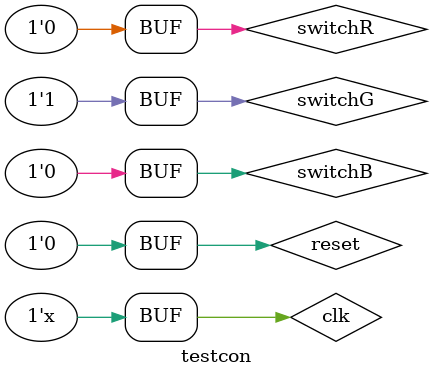
<source format=v>
`timescale 1ns / 10ps


module testcon;

	// Inputs
	reg clk;
	reg reset;
	reg switchR;
	reg switchG;
	reg switchB;

	// Outputs
	wire hsync;
	wire vsync;
	wire [2:0] rgb;

	// Instantiate the Unit Under Test (UUT)
	toplevel uut (
		.clk(clk), 
		.reset(reset), 
		.switchR(switchR), 
		.switchG(switchG), 
		.switchB(switchB), 
		.hsync(hsync), 
		.vsync(vsync), 
		.rgb(rgb)
	);
	
//	always begin #5 clk=~clk;end
/*	
	initial begin
		// Initialize Inputs
		clk = 0;
		reset = 0;
		switchR = 1;
		switchG = 0;
		switchB = 0;

		#100;
		reset = 1;  
		
		#200; 
		reset = 0;
		
		#600000;
		switchR = 0;
		switchG = 1;
		
		#1000000;
		$finish;

	end
*/
	
	always begin #0.5 clk=~clk;end
	
	initial begin
		// Initialize Inputs
		clk = 0;
		reset = 0;
		switchR = 1;
		switchG = 0;
		switchB = 0;

		#1 reset=1;  
		
		#1 reset=0;
		
		#600000 switchR=0;
		#1 switchG=1;
	end
      
endmodule


</source>
